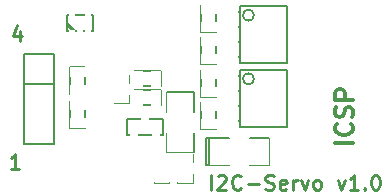
<source format=gto>
G04 (created by PCBNEW (2013-07-07 BZR 4022)-stable) date 07/07/2014 23:54:26*
%MOIN*%
G04 Gerber Fmt 3.4, Leading zero omitted, Abs format*
%FSLAX34Y34*%
G01*
G70*
G90*
G04 APERTURE LIST*
%ADD10C,0.0019685*%
%ADD11C,0.01*%
%ADD12C,0.011811*%
%ADD13C,0.005*%
%ADD14C,0.006*%
%ADD15C,0.0047*%
%ADD16R,0.057874X0.032874*%
%ADD17R,0.087874X0.067874*%
%ADD18R,0.052874X0.032874*%
%ADD19R,0.032874X0.052874*%
%ADD20R,0.023874X0.033874*%
%ADD21R,0.067874X0.067874*%
%ADD22C,0.067874*%
%ADD23R,0.067874X0.087874*%
%ADD24R,0.107874X0.057874*%
%ADD25O,0.149606X0.0866142*%
%ADD26R,0.031474X0.047274*%
G04 APERTURE END LIST*
G54D10*
G54D11*
X74268Y-54239D02*
X74268Y-54572D01*
X74149Y-54048D02*
X74030Y-54405D01*
X74339Y-54405D01*
X74237Y-58824D02*
X73951Y-58824D01*
X74094Y-58824D02*
X74094Y-58324D01*
X74046Y-58395D01*
X73999Y-58443D01*
X73951Y-58467D01*
X80627Y-59533D02*
X80627Y-59033D01*
X80841Y-59080D02*
X80865Y-59056D01*
X80913Y-59033D01*
X81032Y-59033D01*
X81079Y-59056D01*
X81103Y-59080D01*
X81127Y-59128D01*
X81127Y-59175D01*
X81103Y-59247D01*
X80818Y-59533D01*
X81127Y-59533D01*
X81627Y-59485D02*
X81603Y-59509D01*
X81532Y-59533D01*
X81484Y-59533D01*
X81413Y-59509D01*
X81365Y-59461D01*
X81341Y-59414D01*
X81318Y-59318D01*
X81318Y-59247D01*
X81341Y-59152D01*
X81365Y-59104D01*
X81413Y-59056D01*
X81484Y-59033D01*
X81532Y-59033D01*
X81603Y-59056D01*
X81627Y-59080D01*
X81841Y-59342D02*
X82222Y-59342D01*
X82437Y-59509D02*
X82508Y-59533D01*
X82627Y-59533D01*
X82675Y-59509D01*
X82699Y-59485D01*
X82722Y-59437D01*
X82722Y-59390D01*
X82699Y-59342D01*
X82675Y-59318D01*
X82627Y-59294D01*
X82532Y-59271D01*
X82484Y-59247D01*
X82460Y-59223D01*
X82437Y-59175D01*
X82437Y-59128D01*
X82460Y-59080D01*
X82484Y-59056D01*
X82532Y-59033D01*
X82651Y-59033D01*
X82722Y-59056D01*
X83127Y-59509D02*
X83079Y-59533D01*
X82984Y-59533D01*
X82937Y-59509D01*
X82913Y-59461D01*
X82913Y-59271D01*
X82937Y-59223D01*
X82984Y-59199D01*
X83079Y-59199D01*
X83127Y-59223D01*
X83151Y-59271D01*
X83151Y-59318D01*
X82913Y-59366D01*
X83365Y-59533D02*
X83365Y-59199D01*
X83365Y-59294D02*
X83389Y-59247D01*
X83413Y-59223D01*
X83460Y-59199D01*
X83508Y-59199D01*
X83627Y-59199D02*
X83746Y-59533D01*
X83865Y-59199D01*
X84127Y-59533D02*
X84079Y-59509D01*
X84056Y-59485D01*
X84032Y-59437D01*
X84032Y-59294D01*
X84056Y-59247D01*
X84079Y-59223D01*
X84127Y-59199D01*
X84199Y-59199D01*
X84246Y-59223D01*
X84270Y-59247D01*
X84294Y-59294D01*
X84294Y-59437D01*
X84270Y-59485D01*
X84246Y-59509D01*
X84199Y-59533D01*
X84127Y-59533D01*
X84841Y-59199D02*
X84960Y-59533D01*
X85079Y-59199D01*
X85532Y-59533D02*
X85246Y-59533D01*
X85389Y-59533D02*
X85389Y-59033D01*
X85341Y-59104D01*
X85294Y-59152D01*
X85246Y-59175D01*
X85746Y-59485D02*
X85770Y-59509D01*
X85746Y-59533D01*
X85722Y-59509D01*
X85746Y-59485D01*
X85746Y-59533D01*
X86079Y-59033D02*
X86127Y-59033D01*
X86175Y-59056D01*
X86199Y-59080D01*
X86222Y-59128D01*
X86246Y-59223D01*
X86246Y-59342D01*
X86222Y-59437D01*
X86199Y-59485D01*
X86175Y-59509D01*
X86127Y-59533D01*
X86079Y-59533D01*
X86032Y-59509D01*
X86008Y-59485D01*
X85984Y-59437D01*
X85960Y-59342D01*
X85960Y-59223D01*
X85984Y-59128D01*
X86008Y-59080D01*
X86032Y-59056D01*
X86079Y-59033D01*
G54D12*
X85357Y-57958D02*
X84766Y-57958D01*
X85300Y-57339D02*
X85329Y-57367D01*
X85357Y-57452D01*
X85357Y-57508D01*
X85329Y-57592D01*
X85272Y-57649D01*
X85216Y-57677D01*
X85104Y-57705D01*
X85019Y-57705D01*
X84907Y-57677D01*
X84850Y-57649D01*
X84794Y-57592D01*
X84766Y-57508D01*
X84766Y-57452D01*
X84794Y-57367D01*
X84822Y-57339D01*
X85329Y-57114D02*
X85357Y-57030D01*
X85357Y-56889D01*
X85329Y-56833D01*
X85300Y-56805D01*
X85244Y-56777D01*
X85188Y-56777D01*
X85132Y-56805D01*
X85104Y-56833D01*
X85075Y-56889D01*
X85047Y-57002D01*
X85019Y-57058D01*
X84991Y-57086D01*
X84935Y-57114D01*
X84879Y-57114D01*
X84822Y-57086D01*
X84794Y-57058D01*
X84766Y-57002D01*
X84766Y-56861D01*
X84794Y-56777D01*
X85357Y-56524D02*
X84766Y-56524D01*
X84766Y-56299D01*
X84794Y-56242D01*
X84822Y-56214D01*
X84879Y-56186D01*
X84963Y-56186D01*
X85019Y-56214D01*
X85047Y-56242D01*
X85075Y-56299D01*
X85075Y-56524D01*
G54D13*
X83142Y-53420D02*
X81582Y-53420D01*
X81582Y-53420D02*
X81582Y-55320D01*
X81582Y-55320D02*
X83142Y-55320D01*
X83142Y-55320D02*
X83142Y-53420D01*
X83142Y-53620D02*
X83572Y-53620D01*
X83142Y-54120D02*
X83572Y-54120D01*
X83142Y-54620D02*
X83572Y-54620D01*
X83572Y-55120D02*
X83142Y-55120D01*
X81582Y-55120D02*
X81152Y-55120D01*
X81152Y-54620D02*
X81582Y-54620D01*
X81152Y-54120D02*
X81582Y-54120D01*
X81152Y-53620D02*
X81582Y-53620D01*
X82058Y-53710D02*
G75*
G03X82058Y-53710I-186J0D01*
G74*
G01*
X83142Y-55546D02*
X81582Y-55546D01*
X81582Y-55546D02*
X81582Y-57446D01*
X81582Y-57446D02*
X83142Y-57446D01*
X83142Y-57446D02*
X83142Y-55546D01*
X83142Y-55746D02*
X83572Y-55746D01*
X83142Y-56246D02*
X83572Y-56246D01*
X83142Y-56746D02*
X83572Y-56746D01*
X83572Y-57246D02*
X83142Y-57246D01*
X81582Y-57246D02*
X81152Y-57246D01*
X81152Y-56746D02*
X81582Y-56746D01*
X81152Y-56246D02*
X81582Y-56246D01*
X81152Y-55746D02*
X81582Y-55746D01*
X82058Y-55836D02*
G75*
G03X82058Y-55836I-186J0D01*
G74*
G01*
X79156Y-58283D02*
X80056Y-58283D01*
X80056Y-58283D02*
X80056Y-57633D01*
X79156Y-56933D02*
X79156Y-56283D01*
X79156Y-56283D02*
X80056Y-56283D01*
X80056Y-56283D02*
X80056Y-56933D01*
X79156Y-57633D02*
X79156Y-58283D01*
X80301Y-56434D02*
X80301Y-55534D01*
X80301Y-55534D02*
X80801Y-55534D01*
X80801Y-55534D02*
X80801Y-56434D01*
X80801Y-56434D02*
X80301Y-56434D01*
X80301Y-54268D02*
X80301Y-53368D01*
X80301Y-53368D02*
X80801Y-53368D01*
X80801Y-53368D02*
X80801Y-54268D01*
X80801Y-54268D02*
X80301Y-54268D01*
X80301Y-55331D02*
X80301Y-54431D01*
X80301Y-54431D02*
X80801Y-54431D01*
X80801Y-54431D02*
X80801Y-55331D01*
X80801Y-55331D02*
X80301Y-55331D01*
X80801Y-56597D02*
X80801Y-57497D01*
X80801Y-57497D02*
X80301Y-57497D01*
X80301Y-57497D02*
X80301Y-56597D01*
X80301Y-56597D02*
X80801Y-56597D01*
X78953Y-56706D02*
X78053Y-56706D01*
X78053Y-56706D02*
X78053Y-56206D01*
X78053Y-56206D02*
X78953Y-56206D01*
X78953Y-56206D02*
X78953Y-56706D01*
X78953Y-56076D02*
X78053Y-56076D01*
X78053Y-56076D02*
X78053Y-55576D01*
X78053Y-55576D02*
X78953Y-55576D01*
X78953Y-55576D02*
X78953Y-56076D01*
X75931Y-57457D02*
X75931Y-56557D01*
X75931Y-56557D02*
X76431Y-56557D01*
X76431Y-56557D02*
X76431Y-57457D01*
X76431Y-57457D02*
X75931Y-57457D01*
X75931Y-56355D02*
X75931Y-55455D01*
X75931Y-55455D02*
X76431Y-55455D01*
X76431Y-55455D02*
X76431Y-56355D01*
X76431Y-56355D02*
X75931Y-56355D01*
X76084Y-54231D02*
X75824Y-53971D01*
X76024Y-54231D02*
X75824Y-54036D01*
X76514Y-53721D02*
X76514Y-53501D01*
X76004Y-53721D02*
X76004Y-53501D01*
X76259Y-54231D02*
X76259Y-54451D01*
X76514Y-54231D02*
X76514Y-54451D01*
X76004Y-54231D02*
X76004Y-54451D01*
X75824Y-53721D02*
X76694Y-53721D01*
X76694Y-53721D02*
X76694Y-54231D01*
X76694Y-54231D02*
X75824Y-54231D01*
X75824Y-54231D02*
X75824Y-53721D01*
G54D14*
X74381Y-54996D02*
X75381Y-54996D01*
X75381Y-54996D02*
X75381Y-57996D01*
X75381Y-57996D02*
X74381Y-57996D01*
X74381Y-57996D02*
X74381Y-54996D01*
X75381Y-55996D02*
X74381Y-55996D01*
G54D15*
X77893Y-55984D02*
X77893Y-55709D01*
X77893Y-56378D02*
X77893Y-56653D01*
X77381Y-55984D02*
X77381Y-55709D01*
X77381Y-56653D02*
X77381Y-56378D01*
X77387Y-55709D02*
X77887Y-55709D01*
X77887Y-56653D02*
X77387Y-56653D01*
X78720Y-59015D02*
X78720Y-59290D01*
X78720Y-58621D02*
X78720Y-58346D01*
X79232Y-59015D02*
X79232Y-59290D01*
X79232Y-58346D02*
X79232Y-58621D01*
X79226Y-59290D02*
X78726Y-59290D01*
X78726Y-58346D02*
X79226Y-58346D01*
X79507Y-59015D02*
X79507Y-59290D01*
X79507Y-58621D02*
X79507Y-58346D01*
X80019Y-59015D02*
X80019Y-59290D01*
X80019Y-58346D02*
X80019Y-58621D01*
X80013Y-59290D02*
X79513Y-59290D01*
X79513Y-58346D02*
X80013Y-58346D01*
G54D13*
X80574Y-57817D02*
X80474Y-57817D01*
X80474Y-57817D02*
X80474Y-58717D01*
X80474Y-58717D02*
X80574Y-58717D01*
X80574Y-57817D02*
X80574Y-58717D01*
X80574Y-58717D02*
X81224Y-58717D01*
X81924Y-57817D02*
X82574Y-57817D01*
X82574Y-57817D02*
X82574Y-58717D01*
X82574Y-58717D02*
X81924Y-58717D01*
X81224Y-57817D02*
X80574Y-57817D01*
X78800Y-57715D02*
X78800Y-57975D01*
X78050Y-57715D02*
X78050Y-57975D01*
X78425Y-57165D02*
X78425Y-56905D01*
X77835Y-57165D02*
X79015Y-57165D01*
X79015Y-57165D02*
X79015Y-57715D01*
X79015Y-57715D02*
X77835Y-57715D01*
X77835Y-57715D02*
X77835Y-57165D01*
%LPC*%
G54D16*
X81262Y-53620D03*
X81262Y-54120D03*
X81262Y-54620D03*
X81262Y-55120D03*
X83462Y-55120D03*
X83462Y-54620D03*
X83462Y-54120D03*
X83462Y-53620D03*
X81262Y-55746D03*
X81262Y-56246D03*
X81262Y-56746D03*
X81262Y-57246D03*
X83462Y-57246D03*
X83462Y-56746D03*
X83462Y-56246D03*
X83462Y-55746D03*
G54D17*
X79606Y-57933D03*
X79606Y-56633D03*
G54D18*
X80551Y-56284D03*
X80551Y-55684D03*
X80551Y-54118D03*
X80551Y-53518D03*
X80551Y-55181D03*
X80551Y-54581D03*
X80551Y-56747D03*
X80551Y-57347D03*
G54D19*
X78803Y-56456D03*
X78203Y-56456D03*
X78803Y-55826D03*
X78203Y-55826D03*
G54D18*
X76181Y-57307D03*
X76181Y-56707D03*
X76181Y-56205D03*
X76181Y-55605D03*
G54D20*
X75999Y-54376D03*
X76519Y-54376D03*
X76259Y-54376D03*
X76519Y-53576D03*
X75999Y-53576D03*
G54D21*
X74881Y-55496D03*
G54D22*
X74881Y-56496D03*
X74881Y-57496D03*
G54D18*
X77637Y-56481D03*
X77637Y-55881D03*
X78976Y-58518D03*
X78976Y-59118D03*
X79763Y-58518D03*
X79763Y-59118D03*
G54D23*
X80924Y-58267D03*
X82224Y-58267D03*
G54D24*
X73661Y-54996D03*
X73661Y-55996D03*
X73661Y-56996D03*
X73661Y-57996D03*
G54D25*
X85039Y-54881D03*
X83464Y-58110D03*
G54D21*
X86035Y-56165D03*
G54D22*
X86035Y-57165D03*
X86035Y-58165D03*
X87035Y-56165D03*
X87035Y-57165D03*
X87035Y-58165D03*
G54D26*
X78050Y-57856D03*
X78425Y-57024D03*
X78800Y-57856D03*
M02*

</source>
